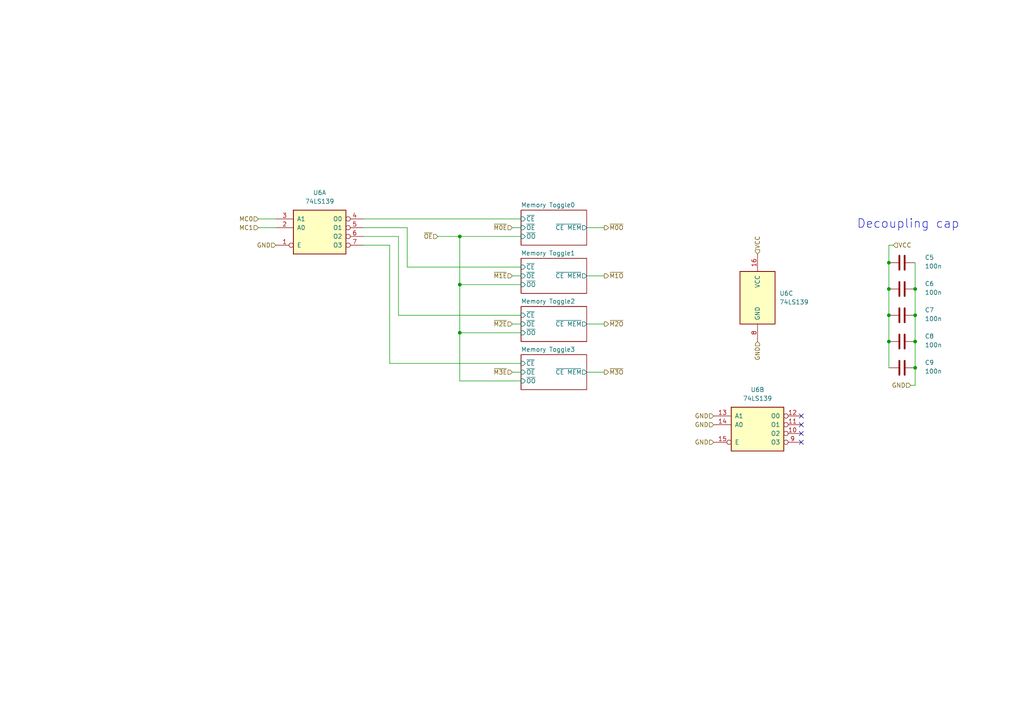
<source format=kicad_sch>
(kicad_sch (version 20250114) (generator "eeschema") (generator_version "9.0")
  (paper "A4")
  (lib_symbols
    (symbol "74xx:74LS139" (pin_names (offset 1.016))
      (property "Reference" "U" (at -7.62 8.89 0))
      (property "Value" "74LS139" (at -7.62 -8.89 0))
      (symbol "74LS139_1_0"
        (pin input line (at -12.7 2.54 0) (length 5.08) (name "A1") (number "3"))
        (pin input line (at -12.7 0 0) (length 5.08) (name "A0") (number "2"))
        (pin input inverted (at -12.7 -5.08 0) (length 5.08) (name "E") (number "1"))
        (pin output inverted (at 12.7 2.54 180) (length 5.08) (name "O0") (number "4"))
        (pin output inverted (at 12.7 0 180) (length 5.08) (name "O1") (number "5"))
        (pin output inverted (at 12.7 -2.54 180) (length 5.08) (name "O2") (number "6"))
        (pin output inverted (at 12.7 -5.08 180) (length 5.08) (name "O3") (number "7"))
      )
      (symbol "74LS139_1_1"
        (rectangle (start -7.62 5.08) (end 7.62 -7.62) (stroke (width 0.254)) (fill (type background)))
      )
      (symbol "74LS139_2_0"
        (pin input line (at -12.7 2.54 0) (length 5.08) (name "A1") (number "13"))
        (pin input line (at -12.7 0 0) (length 5.08) (name "A0") (number "14"))
        (pin input inverted (at -12.7 -5.08 0) (length 5.08) (name "E") (number "15"))
        (pin output inverted (at 12.7 2.54 180) (length 5.08) (name "O0") (number "12"))
        (pin output inverted (at 12.7 0 180) (length 5.08) (name "O1") (number "11"))
        (pin output inverted (at 12.7 -2.54 180) (length 5.08) (name "O2") (number "10"))
        (pin output inverted (at 12.7 -5.08 180) (length 5.08) (name "O3") (number "9"))
      )
      (symbol "74LS139_2_1"
        (rectangle (start -7.62 5.08) (end 7.62 -7.62) (stroke (width 0.254)) (fill (type background)))
      )
      (symbol "74LS139_3_0"
        (pin power_in line (at 0 12.7 270) (length 5.08) (name "VCC") (number "16"))
        (pin power_in line (at 0 -12.7 90) (length 5.08) (name "GND") (number "8"))
      )
      (symbol "74LS139_3_1"
        (rectangle (start -5.08 7.62) (end 5.08 -7.62) (stroke (width 0.254)) (fill (type background)))
      )
    )
    (symbol "Device:C" (pin_numbers (hide yes)) (pin_names (offset 0.254))
      (property "Reference" "C" (at 0.635 2.54 0))
      (property "Value" "C" (at 0.635 -2.54 0))
      (symbol "C_0_1"
        (polyline (pts (xy -2.032 0.762) (xy 2.032 0.762)) (stroke (width 0.508)))
        (polyline (pts (xy -2.032 -0.762) (xy 2.032 -0.762)) (stroke (width 0.508)))
      )
      (symbol "C_1_1"
        (pin passive line (at 0 3.81 270) (length 2.794) (name "~") (number "1"))
        (pin passive line (at 0 -3.81 90) (length 2.794) (name "~") (number "2"))
      )
    )
  )
  (text "Decoupling cap" (at 263.398 65.024 0) (effects (font (size 2.54 2.54))))
  (junction (at 133.35 82.55))
  (junction (at 265.43 99.06))
  (junction (at 265.43 106.68))
  (junction (at 257.81 91.44))
  (junction (at 133.35 68.58))
  (junction (at 265.43 83.82))
  (junction (at 257.81 99.06))
  (junction (at 133.35 96.52))
  (junction (at 257.81 76.2))
  (junction (at 265.43 91.44))
  (junction (at 257.81 83.82))
  (no_connect (at 232.41 125.73))
  (no_connect (at 232.41 128.27))
  (no_connect (at 232.41 123.19))
  (no_connect (at 232.41 120.65))
  (wire (pts (xy 115.57 91.44) (xy 151.13 91.44)))
  (wire (pts (xy 170.18 80.01) (xy 175.26 80.01)))
  (wire (pts (xy 257.81 83.82) (xy 257.81 91.44)))
  (wire (pts (xy 133.35 96.52) (xy 133.35 110.49)))
  (wire (pts (xy 133.35 68.58) (xy 151.13 68.58)))
  (wire (pts (xy 113.03 105.41) (xy 151.13 105.41)))
  (wire (pts (xy 133.35 96.52) (xy 151.13 96.52)))
  (wire (pts (xy 170.18 107.95) (xy 175.26 107.95)))
  (wire (pts (xy 257.81 91.44) (xy 257.81 99.06)))
  (wire (pts (xy 259.08 71.12) (xy 257.81 71.12)))
  (wire (pts (xy 133.35 110.49) (xy 151.13 110.49)))
  (wire (pts (xy 113.03 71.12) (xy 113.03 105.41)))
  (wire (pts (xy 127 68.58) (xy 133.35 68.58)))
  (wire (pts (xy 264.16 111.76) (xy 265.43 111.76)))
  (wire (pts (xy 257.81 71.12) (xy 257.81 76.2)))
  (wire (pts (xy 265.43 83.82) (xy 265.43 91.44)))
  (wire (pts (xy 265.43 106.68) (xy 265.43 111.76)))
  (wire (pts (xy 257.81 76.2) (xy 257.81 83.82)))
  (wire (pts (xy 115.57 68.58) (xy 115.57 91.44)))
  (wire (pts (xy 74.93 66.04) (xy 80.01 66.04)))
  (wire (pts (xy 257.81 99.06) (xy 257.81 106.68)))
  (wire (pts (xy 105.41 71.12) (xy 113.03 71.12)))
  (wire (pts (xy 118.11 66.04) (xy 118.11 77.47)))
  (wire (pts (xy 118.11 77.47) (xy 151.13 77.47)))
  (wire (pts (xy 265.43 91.44) (xy 265.43 99.06)))
  (wire (pts (xy 105.41 63.5) (xy 151.13 63.5)))
  (wire (pts (xy 133.35 68.58) (xy 133.35 82.55)))
  (wire (pts (xy 105.41 66.04) (xy 118.11 66.04)))
  (wire (pts (xy 148.59 93.98) (xy 151.13 93.98)))
  (wire (pts (xy 170.18 66.04) (xy 175.26 66.04)))
  (wire (pts (xy 74.93 63.5) (xy 80.01 63.5)))
  (wire (pts (xy 265.43 76.2) (xy 265.43 83.82)))
  (wire (pts (xy 133.35 82.55) (xy 133.35 96.52)))
  (wire (pts (xy 170.18 93.98) (xy 175.26 93.98)))
  (wire (pts (xy 148.59 66.04) (xy 151.13 66.04)))
  (wire (pts (xy 148.59 107.95) (xy 151.13 107.95)))
  (wire (pts (xy 148.59 80.01) (xy 151.13 80.01)))
  (wire (pts (xy 265.43 99.06) (xy 265.43 106.68)))
  (wire (pts (xy 133.35 82.55) (xy 151.13 82.55)))
  (wire (pts (xy 105.41 68.58) (xy 115.57 68.58)))
  (hierarchical_label "GND" (shape input) (at 207.01 123.19 180))
  (hierarchical_label "GND" (shape input) (at 219.71 99.06 270))
  (hierarchical_label "~{OE}" (shape input) (at 127 68.58 180))
  (hierarchical_label "~{M3O}" (shape output) (at 175.26 107.95 0))
  (hierarchical_label "GND" (shape input) (at 264.16 111.76 180))
  (hierarchical_label "~{M2O}" (shape output) (at 175.26 93.98 0))
  (hierarchical_label "MC0" (shape input) (at 74.93 63.5 180))
  (hierarchical_label "~{M2E}" (shape input) (at 148.59 93.98 180))
  (hierarchical_label "~{M3E}" (shape input) (at 148.59 107.95 180))
  (hierarchical_label "MC1" (shape input) (at 74.93 66.04 180))
  (hierarchical_label "VCC" (shape input) (at 259.08 71.12 0))
  (hierarchical_label "~{M1E}" (shape input) (at 148.59 80.01 180))
  (hierarchical_label "~{M1O}" (shape output) (at 175.26 80.01 0))
  (hierarchical_label "GND" (shape input) (at 80.01 71.12 180))
  (hierarchical_label "~{M0E}" (shape input) (at 148.59 66.04 180))
  (hierarchical_label "GND" (shape input) (at 207.01 128.27 180))
  (hierarchical_label "~{M0O}" (shape output) (at 175.26 66.04 0))
  (hierarchical_label "VCC" (shape input) (at 219.71 73.66 90))
  (hierarchical_label "GND" (shape input) (at 207.01 120.65 180))
  (symbol (lib_id "74xx:74LS139") (at 219.71 123.19 0) (unit 2)
    (property "Reference" "U6" (at 219.71 113.03 0))
    (property "Value" "74LS139" (at 219.71 115.57 0))
    (property "Footprint" "Package_DIP:DIP-16_W7.62mm" (effects (hide yes)))
    (property "Datasheet" "http://www.ti.com/lit/ds/symlink/sn74ls139a.pdf" (effects (hide yes)))
    (property "Description" "Dual Decoder 1 of 4, Active low outputs" (effects (hide yes)))
  )
  (symbol (lib_id "Device:C") (at 261.62 99.06 90) (unit 1)
    (property "Reference" "C8" (at 268.224 97.536 90) (effects (justify right)))
    (property "Value" "100n" (at 268.224 100.076 90) (effects (justify right)))
    (property "Footprint" "Capacitor_THT:C_Disc_D3.0mm_W1.6mm_P2.50mm" (effects (hide yes)))
    (property "Description" "Unpolarized capacitor" (effects (hide yes)))
  )
  (symbol (lib_id "Device:C") (at 261.62 83.82 90) (unit 1)
    (property "Reference" "C6" (at 268.224 82.296 90) (effects (justify right)))
    (property "Value" "100n" (at 268.224 84.836 90) (effects (justify right)))
    (property "Footprint" "Capacitor_THT:C_Disc_D3.0mm_W1.6mm_P2.50mm" (effects (hide yes)))
    (property "Description" "Unpolarized capacitor" (effects (hide yes)))
  )
  (symbol (lib_id "Device:C") (at 261.62 76.2 90) (unit 1)
    (property "Reference" "C5" (at 268.224 74.676 90) (effects (justify right)))
    (property "Value" "100n" (at 268.224 77.216 90) (effects (justify right)))
    (property "Footprint" "Capacitor_THT:C_Disc_D3.0mm_W1.6mm_P2.50mm" (effects (hide yes)))
    (property "Description" "Unpolarized capacitor" (effects (hide yes)))
  )
  (symbol (lib_id "Device:C") (at 261.62 106.68 90) (unit 1)
    (property "Reference" "C9" (at 268.224 105.156 90) (effects (justify right)))
    (property "Value" "100n" (at 268.224 107.696 90) (effects (justify right)))
    (property "Footprint" "Capacitor_THT:C_Disc_D3.0mm_W1.6mm_P2.50mm" (effects (hide yes)))
    (property "Description" "Unpolarized capacitor" (effects (hide yes)))
  )
  (symbol (lib_id "74xx:74LS139") (at 219.71 86.36 0) (unit 3)
    (property "Reference" "U6" (at 226.06 85.0899 0) (effects (justify left)))
    (property "Value" "74LS139" (at 226.06 87.6299 0) (effects (justify left)))
    (property "Footprint" "Package_DIP:DIP-16_W7.62mm" (effects (hide yes)))
    (property "Datasheet" "http://www.ti.com/lit/ds/symlink/sn74ls139a.pdf" (effects (hide yes)))
    (property "Description" "Dual Decoder 1 of 4, Active low outputs" (effects (hide yes)))
  )
  (symbol (lib_id "74xx:74LS139") (at 92.71 66.04 0) (unit 1)
    (property "Reference" "U6" (at 92.71 55.88 0))
    (property "Value" "74LS139" (at 92.71 58.42 0))
    (property "Footprint" "Package_DIP:DIP-16_W7.62mm" (effects (hide yes)))
    (property "Datasheet" "http://www.ti.com/lit/ds/symlink/sn74ls139a.pdf" (effects (hide yes)))
    (property "Description" "Dual Decoder 1 of 4, Active low outputs" (effects (hide yes)))
  )
  (symbol (lib_id "Device:C") (at 261.62 91.44 90) (unit 1)
    (property "Reference" "C7" (at 268.224 89.916 90) (effects (justify right)))
    (property "Value" "100n" (at 268.224 92.456 90) (effects (justify right)))
    (property "Footprint" "Capacitor_THT:C_Disc_D3.0mm_W1.6mm_P2.50mm" (effects (hide yes)))
    (property "Description" "Unpolarized capacitor" (effects (hide yes)))
  )
  (sheet (at 151.13 102.87) (size 19.05 10.16) (stroke (width 0.1524))
    (property "Sheetname" "Memory Toggle3" (at 151.13 102.108 0) (effects (justify left bottom)))
    (property "Sheetfile" "memory-toggle.kicad_sch" (effects (hide yes)))
    (pin "~{OO}" input (at 151.13 110.49 180))
    (pin "~{CE}" input (at 151.13 105.41 180))
    (pin "~{OE}" input (at 151.13 107.95 180))
    (pin "~{CE MEM}" output (at 170.18 107.95 0))
  )
  (sheet (at 151.13 60.96) (size 19.05 10.16) (stroke (width 0.1524))
    (property "Sheetname" "Memory Toggle0" (at 151.13 60.198 0) (effects (justify left bottom)))
    (property "Sheetfile" "memory-toggle.kicad_sch" (effects (hide yes)))
    (pin "~{OO}" input (at 151.13 68.58 180))
    (pin "~{CE}" input (at 151.13 63.5 180))
    (pin "~{OE}" input (at 151.13 66.04 180))
    (pin "~{CE MEM}" output (at 170.18 66.04 0))
  )
  (sheet (at 151.13 74.93) (size 19.05 10.16) (stroke (width 0.1524))
    (property "Sheetname" "Memory Toggle1" (at 151.13 74.168 0) (effects (justify left bottom)))
    (property "Sheetfile" "memory-toggle.kicad_sch" (effects (hide yes)))
    (pin "~{OO}" input (at 151.13 82.55 180))
    (pin "~{CE}" input (at 151.13 77.47 180))
    (pin "~{OE}" input (at 151.13 80.01 180))
    (pin "~{CE MEM}" output (at 170.18 80.01 0))
  )
  (sheet (at 151.13 88.9) (size 19.05 10.16) (stroke (width 0.1524))
    (property "Sheetname" "Memory Toggle2" (at 151.13 88.138 0) (effects (justify left bottom)))
    (property "Sheetfile" "memory-toggle.kicad_sch" (effects (hide yes)))
    (pin "~{OO}" input (at 151.13 96.52 180))
    (pin "~{CE}" input (at 151.13 91.44 180))
    (pin "~{OE}" input (at 151.13 93.98 180))
    (pin "~{CE MEM}" output (at 170.18 93.98 0))
  )
)
</source>
